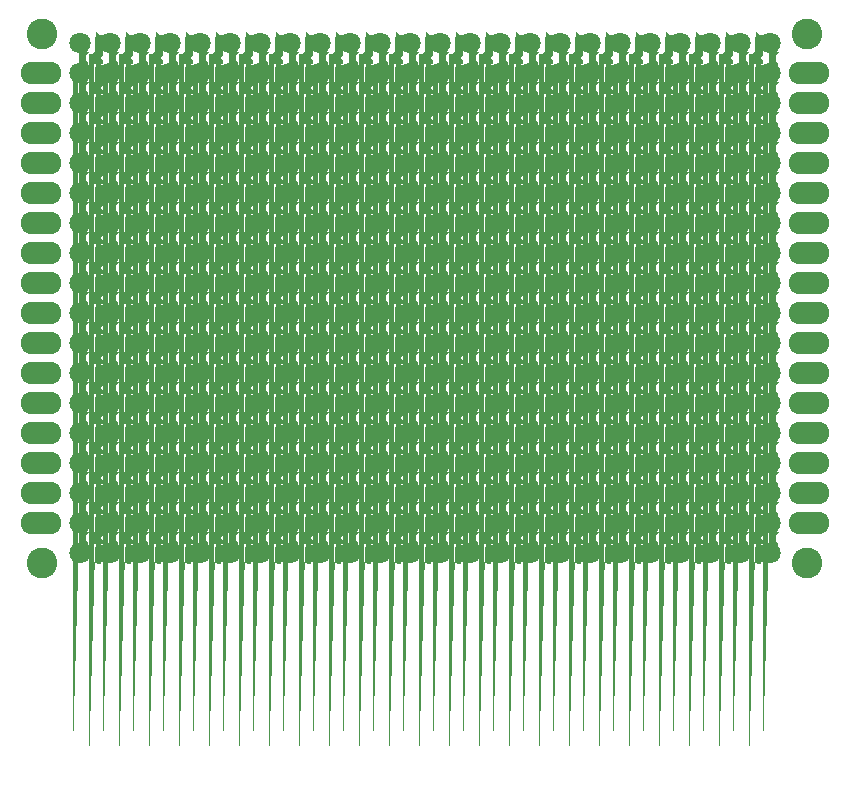
<source format=gbr>
G04 #@! TF.GenerationSoftware,KiCad,Pcbnew,9.0.1*
G04 #@! TF.CreationDate,2025-05-07T00:14:46-04:00*
G04 #@! TF.ProjectId,matrix-protoboard_18x24,6d617472-6978-42d7-9072-6f746f626f61,rev?*
G04 #@! TF.SameCoordinates,Original*
G04 #@! TF.FileFunction,Soldermask,Top*
G04 #@! TF.FilePolarity,Negative*
%FSLAX46Y46*%
G04 Gerber Fmt 4.6, Leading zero omitted, Abs format (unit mm)*
G04 Created by KiCad (PCBNEW 9.0.1) date 2025-05-07 00:14:46*
%MOMM*%
%LPD*%
G01*
G04 APERTURE LIST*
G04 Aperture macros list*
%AMFreePoly0*
4,1,77,0.076255,0.950392,0.076609,0.950246,0.141775,0.906775,0.408050,0.640500,0.550000,0.640500,0.626255,0.625392,0.626609,0.625246,0.699279,0.573850,0.735246,0.516609,0.735392,0.516255,0.750168,0.428482,0.735392,0.363745,0.735246,0.363391,0.691775,0.298225,0.550500,0.156950,0.550500,-0.276950,0.691775,-0.418225,0.735246,-0.483391,0.735392,-0.483745,0.750168,-0.571518,
0.735392,-0.636255,0.735246,-0.636609,0.683850,-0.709279,0.626609,-0.745246,0.626255,-0.745392,0.550000,-0.760500,0.538500,-0.760500,0.538500,-0.763000,0.523392,-0.839255,0.523246,-0.839609,0.471850,-0.912279,0.414609,-0.948246,0.414255,-0.948392,0.326482,-0.963168,0.261745,-0.948392,0.261391,-0.948246,0.196225,-0.904775,-0.005000,-0.703550,-0.206225,-0.904775,-0.271391,-0.948246,
-0.271745,-0.948392,-0.359518,-0.963168,-0.424255,-0.948392,-0.424609,-0.948246,-0.497279,-0.896850,-0.533246,-0.839609,-0.533392,-0.839255,-0.548500,-0.763000,-0.548500,-0.760500,-0.550000,-0.760500,-0.626255,-0.745392,-0.626609,-0.745246,-0.699279,-0.693850,-0.735246,-0.636609,-0.735392,-0.636255,-0.750168,-0.548482,-0.735392,-0.483745,-0.735246,-0.483391,-0.691775,-0.418225,-0.550500,-0.276950,
-0.550500,0.156950,-0.691775,0.298225,-0.735246,0.363391,-0.735392,0.363745,-0.750168,0.451518,-0.735392,0.516255,-0.735246,0.516609,-0.683850,0.589279,-0.626609,0.625246,-0.626255,0.625392,-0.550000,0.640500,-0.408050,0.640500,-0.141775,0.906775,-0.076609,0.950246,-0.076255,0.950392,0.011518,0.965168,0.076255,0.950392,0.076255,0.950392,$1*%
%AMFreePoly1*
4,1,58,0.136255,0.745392,0.136609,0.745246,0.201775,0.701775,0.440050,0.463500,0.583000,0.463500,0.659255,0.448392,0.659609,0.448246,0.732279,0.396850,0.768246,0.339609,0.768392,0.339255,0.783168,0.251482,0.768392,0.186745,0.768246,0.186391,0.724775,0.121225,0.518550,-0.085000,0.723775,-0.290225,0.767246,-0.355391,0.767392,-0.355745,0.782168,-0.443518,0.767392,-0.508255,
0.767246,-0.508609,0.715850,-0.581279,0.658609,-0.617246,0.658255,-0.617392,0.603283,-0.628283,0.592392,-0.683255,0.592246,-0.683609,0.540850,-0.756279,0.483609,-0.792246,0.483255,-0.792392,0.395482,-0.807168,0.330745,-0.792392,0.330391,-0.792246,0.265225,-0.748775,0.060000,-0.543550,-0.146225,-0.749775,-0.211391,-0.793246,-0.211745,-0.793392,-0.299518,-0.808168,-0.364255,-0.793392,
-0.364609,-0.793246,-0.437279,-0.741850,-0.473246,-0.684609,-0.473392,-0.684255,-0.488500,-0.608000,-0.488500,-0.465050,-0.726775,-0.226775,-0.770246,-0.161609,-0.770392,-0.161255,-0.785168,-0.073482,-0.770392,-0.008745,-0.770246,-0.008391,-0.726775,0.056775,-0.081775,0.701775,-0.016609,0.745246,-0.016255,0.745392,0.071518,0.760168,0.136255,0.745392,0.136255,0.745392,$1*%
G04 Aperture macros list end*
%ADD10FreePoly0,0.000000*%
%ADD11C,1.800000*%
%ADD12FreePoly0,90.000000*%
%ADD13FreePoly1,0.000000*%
%ADD14O,3.448000X1.924000*%
%ADD15C,2.600000*%
G04 APERTURE END LIST*
D10*
X120550000Y-111790000D03*
D11*
X98960000Y-83910000D03*
D10*
X95150000Y-71150000D03*
D12*
X91280000Y-82640000D03*
D11*
X111660000Y-101690000D03*
D12*
X131920000Y-97880000D03*
D13*
X97630000Y-77475000D03*
D12*
X96360000Y-100420000D03*
D14*
X145442000Y-73740000D03*
D11*
X116740000Y-81370000D03*
D13*
X138270000Y-97795000D03*
D11*
X96420000Y-83910000D03*
D12*
X106520000Y-87720000D03*
X126840000Y-108040000D03*
D13*
X128110000Y-100335000D03*
D11*
X91340000Y-76290000D03*
X104040000Y-106770000D03*
D13*
X87470000Y-95255000D03*
D11*
X83720000Y-106770000D03*
X111660000Y-68670000D03*
D10*
X97690000Y-106710000D03*
D13*
X133190000Y-77475000D03*
D12*
X88740000Y-82640000D03*
X111600000Y-72480000D03*
D11*
X91340000Y-71210000D03*
D12*
X83660000Y-69940000D03*
D11*
X111660000Y-83910000D03*
X93880000Y-111850000D03*
D13*
X110330000Y-102875000D03*
D10*
X125630000Y-86390000D03*
D13*
X105250000Y-85095000D03*
D11*
X91340000Y-78830000D03*
D10*
X138330000Y-76230000D03*
D11*
X126900000Y-99150000D03*
D10*
X92610000Y-76230000D03*
D12*
X111600000Y-80100000D03*
D11*
X131980000Y-96610000D03*
D10*
X130710000Y-71150000D03*
X95150000Y-101630000D03*
D13*
X87470000Y-69855000D03*
D11*
X129440000Y-91530000D03*
D12*
X86200000Y-75020000D03*
D11*
X111660000Y-86450000D03*
D13*
X125570000Y-100335000D03*
D10*
X110390000Y-104170000D03*
X105310000Y-94010000D03*
D13*
X115410000Y-107955000D03*
D11*
X101500000Y-101690000D03*
D12*
X114140000Y-102960000D03*
X129380000Y-97880000D03*
D10*
X107850000Y-81310000D03*
D13*
X115410000Y-85095000D03*
D11*
X91340000Y-73750000D03*
D10*
X105310000Y-96550000D03*
D13*
X125570000Y-72395000D03*
D10*
X87530000Y-99090000D03*
X112930000Y-83850000D03*
D12*
X93820000Y-69940000D03*
X126840000Y-85180000D03*
D10*
X138330000Y-106710000D03*
D11*
X106580000Y-86450000D03*
D13*
X130650000Y-95255000D03*
X102710000Y-95255000D03*
X117950000Y-77475000D03*
D12*
X106520000Y-77560000D03*
D14*
X80418000Y-104220000D03*
D12*
X129380000Y-77560000D03*
D13*
X125570000Y-102875000D03*
D12*
X93820000Y-75020000D03*
D13*
X120490000Y-105415000D03*
D11*
X93880000Y-68670000D03*
D12*
X142080000Y-110580000D03*
X121760000Y-80100000D03*
D10*
X84990000Y-86390000D03*
X140870000Y-91470000D03*
D11*
X86260000Y-101690000D03*
X139600000Y-96610000D03*
D12*
X121760000Y-75020000D03*
X98900000Y-77560000D03*
D10*
X97690000Y-73690000D03*
X84990000Y-91470000D03*
D12*
X96360000Y-69940000D03*
D13*
X100170000Y-105415000D03*
D12*
X124300000Y-100420000D03*
D13*
X105250000Y-90175000D03*
D10*
X84990000Y-94010000D03*
D12*
X91280000Y-87720000D03*
D13*
X95090000Y-74935000D03*
D12*
X129380000Y-82640000D03*
D11*
X86260000Y-111850000D03*
X93880000Y-86450000D03*
X83720000Y-96610000D03*
D12*
X121760000Y-77560000D03*
X139540000Y-69940000D03*
D13*
X140810000Y-110495000D03*
D11*
X126900000Y-111850000D03*
D10*
X140870000Y-101630000D03*
D12*
X114140000Y-85180000D03*
D13*
X128110000Y-90175000D03*
D12*
X119220000Y-90260000D03*
D10*
X107850000Y-111790000D03*
D11*
X96420000Y-109310000D03*
D13*
X120490000Y-90175000D03*
X120490000Y-82555000D03*
X105250000Y-105415000D03*
X110330000Y-80015000D03*
D11*
X106580000Y-81370000D03*
D10*
X90070000Y-83850000D03*
X120550000Y-104170000D03*
D11*
X126900000Y-81370000D03*
D10*
X128170000Y-111790000D03*
X97690000Y-99090000D03*
D12*
X111600000Y-75020000D03*
D10*
X123090000Y-94010000D03*
D12*
X124300000Y-75020000D03*
D11*
X121820000Y-96610000D03*
X124360000Y-83910000D03*
D10*
X84990000Y-99090000D03*
D12*
X124300000Y-82640000D03*
X129380000Y-87720000D03*
D11*
X101500000Y-104230000D03*
D10*
X105310000Y-83850000D03*
X102770000Y-73690000D03*
D11*
X106580000Y-73750000D03*
D10*
X118010000Y-78770000D03*
D12*
X98900000Y-87720000D03*
D13*
X135730000Y-74935000D03*
D10*
X138330000Y-86390000D03*
D13*
X128110000Y-72395000D03*
X105250000Y-100335000D03*
D10*
X84990000Y-109250000D03*
X112930000Y-96550000D03*
D12*
X83660000Y-110580000D03*
X126840000Y-110580000D03*
D10*
X118010000Y-81310000D03*
D12*
X131920000Y-95340000D03*
D11*
X137060000Y-68670000D03*
X131980000Y-104230000D03*
D10*
X87530000Y-73690000D03*
X133250000Y-99090000D03*
D12*
X137000000Y-77560000D03*
D13*
X100170000Y-107955000D03*
D11*
X114200000Y-96610000D03*
D12*
X106520000Y-105500000D03*
D11*
X83720000Y-104230000D03*
D13*
X92550000Y-100335000D03*
D10*
X135790000Y-83850000D03*
X115470000Y-76230000D03*
D13*
X115410000Y-74935000D03*
D11*
X93880000Y-88990000D03*
D10*
X140870000Y-111790000D03*
D13*
X120490000Y-87635000D03*
X112870000Y-77475000D03*
D10*
X97690000Y-111790000D03*
X105310000Y-71150000D03*
D15*
X145300000Y-112650000D03*
D12*
X88740000Y-87720000D03*
D11*
X91340000Y-86450000D03*
D12*
X116680000Y-82640000D03*
X134460000Y-97880000D03*
D11*
X139600000Y-99150000D03*
D12*
X101440000Y-110580000D03*
D13*
X117950000Y-107955000D03*
D10*
X118010000Y-94010000D03*
D12*
X109060000Y-77560000D03*
X131920000Y-75020000D03*
D10*
X123090000Y-71150000D03*
D11*
X116740000Y-109310000D03*
D10*
X115470000Y-99090000D03*
D12*
X111600000Y-102960000D03*
D10*
X133250000Y-91470000D03*
D14*
X145442000Y-86440000D03*
D11*
X126900000Y-109310000D03*
D12*
X91280000Y-72480000D03*
D11*
X142140000Y-73750000D03*
D13*
X87470000Y-102875000D03*
D11*
X106580000Y-94070000D03*
D14*
X80418000Y-76280000D03*
D12*
X86200000Y-95340000D03*
D10*
X92610000Y-88930000D03*
D12*
X98900000Y-80100000D03*
X106520000Y-80100000D03*
X111600000Y-87720000D03*
X142080000Y-97880000D03*
X116680000Y-105500000D03*
D10*
X115470000Y-86390000D03*
X118010000Y-109250000D03*
X138330000Y-71150000D03*
D12*
X131920000Y-90260000D03*
D13*
X84930000Y-97795000D03*
X95090000Y-107955000D03*
D10*
X112930000Y-106710000D03*
D11*
X116740000Y-91530000D03*
D12*
X134460000Y-92800000D03*
D11*
X142140000Y-104230000D03*
D12*
X106520000Y-100420000D03*
X119220000Y-108040000D03*
D11*
X106580000Y-99150000D03*
D10*
X102770000Y-106710000D03*
D13*
X123030000Y-72395000D03*
D11*
X109120000Y-104230000D03*
X129440000Y-83910000D03*
X114200000Y-91530000D03*
D10*
X102770000Y-81310000D03*
X110390000Y-83850000D03*
D11*
X86260000Y-96610000D03*
D12*
X131920000Y-108040000D03*
D10*
X128170000Y-73690000D03*
D14*
X145442000Y-101680000D03*
D11*
X131980000Y-76290000D03*
X131980000Y-99150000D03*
D10*
X92610000Y-91470000D03*
D13*
X97630000Y-92715000D03*
D11*
X91340000Y-96610000D03*
X98960000Y-106770000D03*
D15*
X80500000Y-112650000D03*
D10*
X95150000Y-68610000D03*
D12*
X96360000Y-105500000D03*
D10*
X95150000Y-96550000D03*
D13*
X110330000Y-92715000D03*
D12*
X91280000Y-69940000D03*
D11*
X96420000Y-91530000D03*
X96420000Y-68670000D03*
X119280000Y-83910000D03*
D12*
X116680000Y-72480000D03*
D10*
X120550000Y-71150000D03*
D13*
X87470000Y-72395000D03*
D12*
X131920000Y-82640000D03*
D10*
X110390000Y-94010000D03*
X107850000Y-88930000D03*
D13*
X123030000Y-85095000D03*
D11*
X104040000Y-71210000D03*
D13*
X84930000Y-105415000D03*
D12*
X124300000Y-85180000D03*
X119220000Y-97880000D03*
D13*
X138270000Y-92715000D03*
D11*
X83720000Y-83910000D03*
X129440000Y-99150000D03*
D13*
X102710000Y-102875000D03*
D10*
X120550000Y-96550000D03*
D12*
X111600000Y-97880000D03*
D11*
X104040000Y-73750000D03*
X109120000Y-81370000D03*
D12*
X137000000Y-90260000D03*
D13*
X107790000Y-87635000D03*
D11*
X114200000Y-99150000D03*
D10*
X118010000Y-71150000D03*
D12*
X93820000Y-97880000D03*
D10*
X95150000Y-99090000D03*
D11*
X124360000Y-73750000D03*
D12*
X101440000Y-108040000D03*
X142080000Y-85180000D03*
D13*
X110330000Y-95255000D03*
X107790000Y-69855000D03*
X140810000Y-74935000D03*
D11*
X98960000Y-68670000D03*
X142140000Y-109310000D03*
D13*
X135730000Y-107955000D03*
D10*
X118010000Y-96550000D03*
D13*
X120490000Y-107955000D03*
X97630000Y-100335000D03*
D10*
X112930000Y-99090000D03*
D12*
X98900000Y-102960000D03*
D13*
X107790000Y-107955000D03*
D10*
X135790000Y-99090000D03*
X87530000Y-111790000D03*
D11*
X121820000Y-106770000D03*
X114200000Y-101690000D03*
D10*
X130710000Y-106710000D03*
X107850000Y-76230000D03*
D12*
X142080000Y-95340000D03*
X86200000Y-80100000D03*
D11*
X119280000Y-99150000D03*
D12*
X139540000Y-105500000D03*
D10*
X105310000Y-73690000D03*
D13*
X128110000Y-92715000D03*
D10*
X102770000Y-109250000D03*
X87530000Y-109250000D03*
X107850000Y-73690000D03*
D11*
X129440000Y-96610000D03*
D10*
X102770000Y-99090000D03*
X123090000Y-106710000D03*
D12*
X124300000Y-108040000D03*
D13*
X105250000Y-77475000D03*
D12*
X101440000Y-95340000D03*
X116680000Y-90260000D03*
X98900000Y-85180000D03*
D13*
X92550000Y-97795000D03*
X107790000Y-74935000D03*
D10*
X128170000Y-101630000D03*
X120550000Y-91470000D03*
D11*
X101500000Y-83910000D03*
D10*
X125630000Y-78770000D03*
D12*
X131920000Y-105500000D03*
X103980000Y-100420000D03*
D11*
X137060000Y-104230000D03*
X142140000Y-94070000D03*
X91340000Y-106770000D03*
D10*
X92610000Y-86390000D03*
D11*
X142140000Y-88990000D03*
X111660000Y-104230000D03*
D10*
X140870000Y-99090000D03*
D13*
X95090000Y-87635000D03*
X138270000Y-110495000D03*
D12*
X91280000Y-75020000D03*
D13*
X138270000Y-72395000D03*
X135730000Y-87635000D03*
D10*
X120550000Y-78770000D03*
D12*
X139540000Y-95340000D03*
X103980000Y-80100000D03*
X101440000Y-87720000D03*
X126840000Y-80100000D03*
D11*
X139600000Y-78830000D03*
D13*
X87470000Y-100335000D03*
X84930000Y-95255000D03*
D12*
X131920000Y-87720000D03*
X109060000Y-85180000D03*
D11*
X126900000Y-71210000D03*
D10*
X87530000Y-71150000D03*
D12*
X98900000Y-82640000D03*
X106520000Y-90260000D03*
X114140000Y-72480000D03*
D13*
X125570000Y-107955000D03*
D11*
X101500000Y-111850000D03*
D10*
X125630000Y-96550000D03*
D12*
X116680000Y-80100000D03*
D13*
X115410000Y-87635000D03*
D12*
X114140000Y-75020000D03*
D10*
X128170000Y-86390000D03*
D11*
X104040000Y-76290000D03*
D13*
X123030000Y-80015000D03*
D11*
X83720000Y-86450000D03*
X116740000Y-99150000D03*
X119280000Y-101690000D03*
D12*
X91280000Y-90260000D03*
D11*
X137060000Y-106770000D03*
D10*
X135790000Y-101630000D03*
D13*
X100170000Y-72395000D03*
D11*
X111660000Y-96610000D03*
X91340000Y-101690000D03*
D10*
X110390000Y-96550000D03*
D11*
X93880000Y-101690000D03*
D13*
X102710000Y-80015000D03*
X138270000Y-77475000D03*
D11*
X119280000Y-71210000D03*
D10*
X112930000Y-86390000D03*
D14*
X80418000Y-96600000D03*
D10*
X95150000Y-86390000D03*
D12*
X139540000Y-97880000D03*
D10*
X115470000Y-83850000D03*
X84990000Y-88930000D03*
D13*
X84930000Y-92715000D03*
D10*
X140870000Y-94010000D03*
D12*
X98900000Y-75020000D03*
D13*
X117950000Y-95255000D03*
D10*
X105310000Y-68610000D03*
X125630000Y-104170000D03*
X92610000Y-73690000D03*
D13*
X84930000Y-102875000D03*
D12*
X88740000Y-69940000D03*
D10*
X133250000Y-71150000D03*
D13*
X100170000Y-80015000D03*
D10*
X112930000Y-91470000D03*
D11*
X98960000Y-91530000D03*
D12*
X139540000Y-90260000D03*
D10*
X140870000Y-78770000D03*
D12*
X86200000Y-105500000D03*
D14*
X80418000Y-71200000D03*
D13*
X90010000Y-80015000D03*
D12*
X116680000Y-92800000D03*
X88740000Y-90260000D03*
X134460000Y-100420000D03*
D13*
X97630000Y-97795000D03*
D11*
X111660000Y-99150000D03*
D10*
X123090000Y-109250000D03*
D11*
X137060000Y-94070000D03*
D10*
X125630000Y-101630000D03*
D12*
X88740000Y-72480000D03*
D11*
X111660000Y-94070000D03*
D10*
X92610000Y-81310000D03*
D11*
X137060000Y-86450000D03*
X106580000Y-71210000D03*
D12*
X91280000Y-97880000D03*
D13*
X90010000Y-87635000D03*
D10*
X107850000Y-94010000D03*
D13*
X117950000Y-97795000D03*
X90010000Y-95255000D03*
D11*
X116740000Y-83910000D03*
D13*
X112870000Y-95255000D03*
D12*
X98900000Y-105500000D03*
D11*
X131980000Y-71210000D03*
D13*
X100170000Y-92715000D03*
D11*
X96420000Y-73750000D03*
D10*
X105310000Y-78770000D03*
X110390000Y-73690000D03*
X120550000Y-109250000D03*
D12*
X142080000Y-82640000D03*
D10*
X125630000Y-109250000D03*
X92610000Y-109250000D03*
X84990000Y-96550000D03*
D11*
X91340000Y-91530000D03*
D13*
X97630000Y-105415000D03*
D12*
X96360000Y-77560000D03*
D11*
X98960000Y-94070000D03*
D10*
X90070000Y-81310000D03*
X107850000Y-109250000D03*
D12*
X96360000Y-110580000D03*
D13*
X133190000Y-92715000D03*
X87470000Y-92715000D03*
D10*
X100230000Y-96550000D03*
X130710000Y-111790000D03*
D13*
X110330000Y-82555000D03*
D11*
X119280000Y-76290000D03*
D13*
X107790000Y-77475000D03*
D11*
X126900000Y-101690000D03*
D13*
X117950000Y-82555000D03*
X130650000Y-105415000D03*
D10*
X125630000Y-111790000D03*
D12*
X91280000Y-102960000D03*
X124300000Y-87720000D03*
X131920000Y-72480000D03*
D13*
X117950000Y-87635000D03*
D10*
X130710000Y-91470000D03*
D11*
X98960000Y-71210000D03*
D13*
X92550000Y-95255000D03*
D11*
X109120000Y-78830000D03*
D10*
X90070000Y-86390000D03*
D13*
X135730000Y-102875000D03*
D10*
X115470000Y-106710000D03*
D12*
X114140000Y-90260000D03*
D11*
X88800000Y-68670000D03*
D10*
X135790000Y-109250000D03*
X140870000Y-104170000D03*
D11*
X139600000Y-86450000D03*
D12*
X96360000Y-92800000D03*
D10*
X105310000Y-76230000D03*
X97690000Y-76230000D03*
D13*
X125570000Y-97795000D03*
D11*
X142140000Y-71210000D03*
D12*
X129380000Y-102960000D03*
X86200000Y-82640000D03*
X121760000Y-105500000D03*
D11*
X106580000Y-111850000D03*
D12*
X103980000Y-77560000D03*
D13*
X133190000Y-95255000D03*
D12*
X98900000Y-95340000D03*
X91280000Y-100420000D03*
D14*
X80418000Y-81360000D03*
D11*
X139600000Y-91530000D03*
D13*
X130650000Y-72395000D03*
X125570000Y-74935000D03*
D10*
X135790000Y-86390000D03*
D12*
X83660000Y-90260000D03*
D11*
X121820000Y-109310000D03*
X83720000Y-73750000D03*
D12*
X111600000Y-105500000D03*
X93820000Y-77560000D03*
D11*
X104040000Y-68670000D03*
X88800000Y-109310000D03*
D10*
X140870000Y-88930000D03*
D11*
X101500000Y-109310000D03*
X134520000Y-68670000D03*
D12*
X139540000Y-82640000D03*
X134460000Y-87720000D03*
D14*
X80418000Y-88980000D03*
D11*
X109120000Y-68670000D03*
D13*
X107790000Y-72395000D03*
D10*
X123090000Y-104170000D03*
D11*
X129440000Y-94070000D03*
X134520000Y-71210000D03*
X137060000Y-81370000D03*
D13*
X87470000Y-110495000D03*
D12*
X116680000Y-97880000D03*
D13*
X112870000Y-97795000D03*
D10*
X115470000Y-111790000D03*
D11*
X111660000Y-73750000D03*
D12*
X103980000Y-85180000D03*
X98900000Y-100420000D03*
D11*
X129440000Y-73750000D03*
D12*
X93820000Y-102960000D03*
D13*
X125570000Y-80015000D03*
D11*
X114200000Y-106770000D03*
D12*
X119220000Y-95340000D03*
D11*
X114200000Y-71210000D03*
D12*
X121760000Y-87720000D03*
X114140000Y-87720000D03*
X88740000Y-75020000D03*
X121760000Y-110580000D03*
D13*
X128110000Y-87635000D03*
X90010000Y-105415000D03*
D11*
X142140000Y-106770000D03*
D10*
X112930000Y-71150000D03*
D12*
X109060000Y-102960000D03*
D10*
X138330000Y-73690000D03*
D12*
X88740000Y-77560000D03*
D11*
X111660000Y-78830000D03*
X142140000Y-68670000D03*
D13*
X92550000Y-107955000D03*
X100170000Y-85095000D03*
D11*
X116740000Y-73750000D03*
D12*
X103980000Y-69940000D03*
D10*
X110390000Y-101630000D03*
D12*
X116680000Y-85180000D03*
D10*
X100230000Y-86390000D03*
D13*
X125570000Y-85095000D03*
D11*
X139600000Y-88990000D03*
D12*
X109060000Y-110580000D03*
D10*
X125630000Y-68610000D03*
D13*
X105250000Y-95255000D03*
D12*
X86200000Y-100420000D03*
X101440000Y-105500000D03*
D11*
X101500000Y-106770000D03*
D12*
X126840000Y-102960000D03*
D10*
X97690000Y-83850000D03*
D13*
X97630000Y-69855000D03*
D11*
X111660000Y-106770000D03*
D10*
X133250000Y-73690000D03*
D11*
X124360000Y-104230000D03*
D10*
X133250000Y-109250000D03*
D11*
X139600000Y-101690000D03*
D12*
X134460000Y-90260000D03*
D13*
X97630000Y-72395000D03*
D10*
X118010000Y-73690000D03*
X110390000Y-76230000D03*
X95150000Y-106710000D03*
X95150000Y-111790000D03*
D12*
X114140000Y-80100000D03*
D13*
X112870000Y-82555000D03*
X138270000Y-105415000D03*
D12*
X101440000Y-69940000D03*
X142080000Y-108040000D03*
X142080000Y-80100000D03*
D10*
X115470000Y-91470000D03*
X115470000Y-88930000D03*
X84990000Y-73690000D03*
D13*
X97630000Y-87635000D03*
D12*
X109060000Y-90260000D03*
D11*
X129440000Y-78830000D03*
D13*
X112870000Y-74935000D03*
X133190000Y-100335000D03*
X125570000Y-77475000D03*
D11*
X139600000Y-106770000D03*
X88800000Y-78830000D03*
X88800000Y-91530000D03*
D13*
X128110000Y-97795000D03*
D11*
X104040000Y-78830000D03*
X96420000Y-94070000D03*
X142140000Y-91530000D03*
X116740000Y-104230000D03*
D10*
X112930000Y-78770000D03*
D14*
X145442000Y-91520000D03*
D10*
X130710000Y-83850000D03*
X115470000Y-68610000D03*
D11*
X93880000Y-94070000D03*
X114200000Y-88990000D03*
X104040000Y-104230000D03*
D13*
X95090000Y-77475000D03*
X133190000Y-72395000D03*
X117950000Y-105415000D03*
D12*
X126840000Y-92800000D03*
D13*
X105250000Y-80015000D03*
D10*
X102770000Y-94010000D03*
X95150000Y-109250000D03*
D12*
X103980000Y-90260000D03*
D13*
X90010000Y-77475000D03*
X84930000Y-90175000D03*
D10*
X123090000Y-86390000D03*
D13*
X100170000Y-74935000D03*
X105250000Y-69855000D03*
D11*
X126900000Y-76290000D03*
D13*
X102710000Y-110495000D03*
D10*
X105310000Y-109250000D03*
D11*
X139600000Y-83910000D03*
X121820000Y-111850000D03*
X121820000Y-81370000D03*
X134520000Y-94070000D03*
D13*
X125570000Y-90175000D03*
X123030000Y-100335000D03*
X105250000Y-74935000D03*
D10*
X102770000Y-68610000D03*
D12*
X101440000Y-85180000D03*
D14*
X80418000Y-83900000D03*
D11*
X111660000Y-76290000D03*
D10*
X107850000Y-96550000D03*
D12*
X137000000Y-110580000D03*
X139540000Y-72480000D03*
X83660000Y-97880000D03*
X96360000Y-90260000D03*
X142080000Y-100420000D03*
D10*
X133250000Y-81310000D03*
D12*
X121760000Y-82640000D03*
D13*
X90010000Y-100335000D03*
X100170000Y-90175000D03*
D12*
X86200000Y-97880000D03*
D10*
X102770000Y-76230000D03*
D12*
X111600000Y-108040000D03*
D11*
X83720000Y-71210000D03*
X142140000Y-101690000D03*
D13*
X135730000Y-82555000D03*
D11*
X126900000Y-94070000D03*
X119280000Y-88990000D03*
D10*
X97690000Y-88930000D03*
D13*
X92550000Y-92715000D03*
D11*
X121820000Y-73750000D03*
X88800000Y-94070000D03*
X101500000Y-99150000D03*
D10*
X102770000Y-83850000D03*
D12*
X139540000Y-92800000D03*
D11*
X83720000Y-78830000D03*
D12*
X126840000Y-72480000D03*
D10*
X95150000Y-91470000D03*
D12*
X86200000Y-108040000D03*
D11*
X124360000Y-86450000D03*
D10*
X102770000Y-88930000D03*
D13*
X110330000Y-105415000D03*
D12*
X121760000Y-100420000D03*
X83660000Y-77560000D03*
D13*
X95090000Y-85095000D03*
D10*
X84990000Y-68610000D03*
D11*
X86260000Y-83910000D03*
D13*
X110330000Y-72395000D03*
X84930000Y-74935000D03*
D11*
X139600000Y-81370000D03*
D10*
X135790000Y-78770000D03*
D14*
X145442000Y-88980000D03*
D13*
X90010000Y-85095000D03*
D10*
X112930000Y-81310000D03*
D12*
X88740000Y-80100000D03*
D11*
X83720000Y-111850000D03*
X96420000Y-111850000D03*
X124360000Y-111850000D03*
D10*
X97690000Y-86390000D03*
D12*
X114140000Y-77560000D03*
X106520000Y-72480000D03*
X96360000Y-87720000D03*
D13*
X140810000Y-87635000D03*
D12*
X91280000Y-85180000D03*
D11*
X88800000Y-83910000D03*
D13*
X95090000Y-80015000D03*
X130650000Y-102875000D03*
D11*
X131980000Y-88990000D03*
X93880000Y-104230000D03*
D12*
X119220000Y-75020000D03*
X137000000Y-75020000D03*
D13*
X120490000Y-100335000D03*
X128110000Y-102875000D03*
X125570000Y-82555000D03*
D11*
X114200000Y-111850000D03*
D12*
X106520000Y-95340000D03*
D11*
X134520000Y-83910000D03*
X126900000Y-96610000D03*
X83720000Y-81370000D03*
D13*
X92550000Y-74935000D03*
D10*
X95150000Y-94010000D03*
D12*
X134460000Y-77560000D03*
X121760000Y-90260000D03*
D13*
X117950000Y-74935000D03*
D12*
X114140000Y-108040000D03*
D11*
X134520000Y-78830000D03*
D13*
X102710000Y-90175000D03*
D12*
X124300000Y-72480000D03*
D11*
X131980000Y-106770000D03*
D10*
X100230000Y-68610000D03*
D11*
X134520000Y-88990000D03*
D10*
X133250000Y-96550000D03*
D13*
X120490000Y-92715000D03*
D12*
X93820000Y-95340000D03*
D13*
X97630000Y-95255000D03*
D11*
X142140000Y-83910000D03*
D12*
X96360000Y-95340000D03*
D13*
X92550000Y-85095000D03*
D10*
X110390000Y-111790000D03*
D13*
X100170000Y-110495000D03*
D11*
X101500000Y-76290000D03*
D10*
X138330000Y-68610000D03*
D13*
X100170000Y-87635000D03*
D12*
X137000000Y-97880000D03*
D11*
X134520000Y-111850000D03*
D12*
X124300000Y-105500000D03*
D11*
X106580000Y-96610000D03*
D12*
X126840000Y-90260000D03*
D13*
X138270000Y-80015000D03*
D10*
X133250000Y-86390000D03*
D13*
X102710000Y-97795000D03*
D12*
X109060000Y-69940000D03*
D11*
X134520000Y-86450000D03*
D13*
X84930000Y-82555000D03*
X130650000Y-85095000D03*
D11*
X96420000Y-88990000D03*
X101500000Y-78830000D03*
D10*
X130710000Y-81310000D03*
X112930000Y-101630000D03*
D13*
X90010000Y-74935000D03*
D11*
X124360000Y-76290000D03*
D10*
X138330000Y-81310000D03*
D11*
X86260000Y-109310000D03*
D13*
X107790000Y-97795000D03*
D12*
X131920000Y-85180000D03*
D10*
X102770000Y-86390000D03*
D14*
X80418000Y-99140000D03*
D11*
X88800000Y-111850000D03*
D10*
X90070000Y-78770000D03*
X125630000Y-106710000D03*
D11*
X139600000Y-71210000D03*
D12*
X131920000Y-77560000D03*
X111600000Y-77560000D03*
X101440000Y-102960000D03*
D13*
X112870000Y-110495000D03*
D12*
X83660000Y-92800000D03*
D10*
X128170000Y-68610000D03*
D12*
X83660000Y-75020000D03*
D11*
X101500000Y-71210000D03*
D13*
X110330000Y-87635000D03*
D10*
X133250000Y-94010000D03*
X100230000Y-111790000D03*
D12*
X126840000Y-87720000D03*
D10*
X115470000Y-73690000D03*
X97690000Y-91470000D03*
D11*
X134520000Y-99150000D03*
D13*
X95090000Y-97795000D03*
D10*
X102770000Y-104170000D03*
X87530000Y-101630000D03*
D12*
X86200000Y-85180000D03*
D11*
X134520000Y-106770000D03*
D10*
X90070000Y-96550000D03*
D12*
X134460000Y-75020000D03*
D11*
X137060000Y-99150000D03*
X116740000Y-76290000D03*
D10*
X135790000Y-81310000D03*
D13*
X107790000Y-82555000D03*
D12*
X134460000Y-110580000D03*
D11*
X114200000Y-86450000D03*
X124360000Y-106770000D03*
X101500000Y-81370000D03*
D12*
X134460000Y-102960000D03*
D10*
X95150000Y-104170000D03*
D13*
X120490000Y-80015000D03*
D11*
X109120000Y-109310000D03*
D12*
X83660000Y-102960000D03*
X116680000Y-102960000D03*
D13*
X115410000Y-72395000D03*
D10*
X140870000Y-109250000D03*
D12*
X139540000Y-87720000D03*
D13*
X105250000Y-97795000D03*
D11*
X134520000Y-101690000D03*
D13*
X135730000Y-100335000D03*
D10*
X110390000Y-86390000D03*
D11*
X83720000Y-94070000D03*
X129440000Y-101690000D03*
D10*
X138330000Y-111790000D03*
D11*
X131980000Y-83910000D03*
D10*
X125630000Y-71150000D03*
D11*
X96420000Y-106770000D03*
X104040000Y-88990000D03*
D13*
X112870000Y-102875000D03*
X110330000Y-74935000D03*
D11*
X101500000Y-96610000D03*
D13*
X117950000Y-92715000D03*
D11*
X83720000Y-101690000D03*
D13*
X84930000Y-110495000D03*
X128110000Y-74935000D03*
X135730000Y-92715000D03*
X115410000Y-90175000D03*
X130650000Y-74935000D03*
D10*
X120550000Y-106710000D03*
X92610000Y-96550000D03*
X100230000Y-76230000D03*
D12*
X137000000Y-102960000D03*
D11*
X86260000Y-91530000D03*
X86260000Y-73750000D03*
D13*
X120490000Y-97795000D03*
X138270000Y-95255000D03*
X135730000Y-97795000D03*
D12*
X124300000Y-97880000D03*
D10*
X115470000Y-101630000D03*
D12*
X91280000Y-95340000D03*
D13*
X115410000Y-80015000D03*
X87470000Y-77475000D03*
D12*
X111600000Y-69940000D03*
X101440000Y-77560000D03*
X83660000Y-85180000D03*
D10*
X130710000Y-88930000D03*
D11*
X139600000Y-111850000D03*
D12*
X129380000Y-90260000D03*
X116680000Y-69940000D03*
X131920000Y-102960000D03*
D13*
X110330000Y-97795000D03*
D12*
X98900000Y-90260000D03*
D13*
X133190000Y-82555000D03*
D11*
X114200000Y-81370000D03*
D12*
X98900000Y-69940000D03*
D11*
X116740000Y-78830000D03*
D13*
X90010000Y-110495000D03*
D11*
X131980000Y-81370000D03*
D10*
X100230000Y-83850000D03*
D11*
X109120000Y-99150000D03*
D13*
X117950000Y-72395000D03*
D10*
X125630000Y-76230000D03*
X133250000Y-106710000D03*
D12*
X101440000Y-80100000D03*
D10*
X123090000Y-78770000D03*
D14*
X145442000Y-94060000D03*
D10*
X100230000Y-109250000D03*
D14*
X145442000Y-109300000D03*
D11*
X91340000Y-88990000D03*
X124360000Y-99150000D03*
D10*
X112930000Y-104170000D03*
D11*
X96420000Y-99150000D03*
D10*
X84990000Y-81310000D03*
D11*
X93880000Y-91530000D03*
D12*
X88740000Y-108040000D03*
D10*
X110390000Y-78770000D03*
D13*
X107790000Y-105415000D03*
X115410000Y-105415000D03*
D11*
X124360000Y-88990000D03*
D12*
X119220000Y-77560000D03*
X142080000Y-90260000D03*
D11*
X93880000Y-81370000D03*
D10*
X123090000Y-73690000D03*
D11*
X131980000Y-73750000D03*
X121820000Y-83910000D03*
D13*
X130650000Y-80015000D03*
X92550000Y-102875000D03*
X92550000Y-69855000D03*
D11*
X137060000Y-96610000D03*
D12*
X101440000Y-72480000D03*
D10*
X130710000Y-109250000D03*
D12*
X129380000Y-92800000D03*
D13*
X95090000Y-82555000D03*
X112870000Y-69855000D03*
D11*
X114200000Y-109310000D03*
D10*
X95150000Y-81310000D03*
D12*
X137000000Y-92800000D03*
X142080000Y-102960000D03*
D10*
X135790000Y-73690000D03*
D11*
X86260000Y-81370000D03*
D13*
X97630000Y-74935000D03*
D10*
X123090000Y-81310000D03*
X123090000Y-96550000D03*
D12*
X131920000Y-69940000D03*
D13*
X128110000Y-95255000D03*
D12*
X129380000Y-105500000D03*
D11*
X106580000Y-68670000D03*
D13*
X97630000Y-110495000D03*
D10*
X125630000Y-81310000D03*
D12*
X111600000Y-100420000D03*
D13*
X100170000Y-82555000D03*
D10*
X115470000Y-96550000D03*
D11*
X111660000Y-109310000D03*
D12*
X88740000Y-110580000D03*
X101440000Y-75020000D03*
D11*
X86260000Y-99150000D03*
D13*
X112870000Y-92715000D03*
D12*
X119220000Y-105500000D03*
D10*
X87530000Y-68610000D03*
X120550000Y-73690000D03*
D11*
X126900000Y-78830000D03*
X96420000Y-78830000D03*
X104040000Y-83910000D03*
D10*
X130710000Y-78770000D03*
D12*
X103980000Y-72480000D03*
D11*
X98960000Y-73750000D03*
D12*
X93820000Y-110580000D03*
D10*
X105310000Y-104170000D03*
D13*
X95090000Y-105415000D03*
X120490000Y-74935000D03*
D10*
X128170000Y-88930000D03*
D13*
X92550000Y-72395000D03*
D10*
X110390000Y-99090000D03*
X110390000Y-71150000D03*
D13*
X115410000Y-92715000D03*
D11*
X119280000Y-73750000D03*
X86260000Y-94070000D03*
D12*
X109060000Y-72480000D03*
D14*
X80418000Y-86440000D03*
D13*
X140810000Y-82555000D03*
X125570000Y-110495000D03*
D11*
X109120000Y-106770000D03*
D12*
X83660000Y-100420000D03*
D10*
X97690000Y-68610000D03*
D11*
X116740000Y-101690000D03*
D13*
X87470000Y-74935000D03*
D10*
X97690000Y-94010000D03*
D11*
X126900000Y-104230000D03*
D10*
X130710000Y-73690000D03*
D11*
X111660000Y-111850000D03*
D13*
X135730000Y-80015000D03*
X123030000Y-110495000D03*
D11*
X109120000Y-96610000D03*
X88800000Y-104230000D03*
D13*
X90010000Y-82555000D03*
X107790000Y-85095000D03*
D12*
X124300000Y-90260000D03*
D10*
X138330000Y-94010000D03*
D11*
X124360000Y-96610000D03*
X96420000Y-104230000D03*
D10*
X100230000Y-73690000D03*
D12*
X129380000Y-85180000D03*
D10*
X123090000Y-99090000D03*
D12*
X88740000Y-102960000D03*
D13*
X95090000Y-90175000D03*
D12*
X131920000Y-110580000D03*
D11*
X106580000Y-91530000D03*
X129440000Y-76290000D03*
D12*
X93820000Y-108040000D03*
D10*
X130710000Y-104170000D03*
D11*
X114200000Y-83910000D03*
D12*
X93820000Y-90260000D03*
X142080000Y-77560000D03*
D10*
X123090000Y-111790000D03*
D11*
X106580000Y-76290000D03*
X126900000Y-68670000D03*
D10*
X130710000Y-76230000D03*
X87530000Y-94010000D03*
D12*
X134460000Y-72480000D03*
D10*
X105310000Y-106710000D03*
D12*
X119220000Y-110580000D03*
X142080000Y-75020000D03*
D13*
X102710000Y-74935000D03*
D12*
X109060000Y-80100000D03*
D10*
X118010000Y-111790000D03*
X112930000Y-111790000D03*
D11*
X131980000Y-109310000D03*
D13*
X97630000Y-80015000D03*
D10*
X102770000Y-91470000D03*
D11*
X109120000Y-94070000D03*
D12*
X124300000Y-102960000D03*
D14*
X145442000Y-78820000D03*
X145442000Y-81360000D03*
D13*
X130650000Y-87635000D03*
D12*
X121760000Y-85180000D03*
X121760000Y-102960000D03*
X93820000Y-105500000D03*
X116680000Y-108040000D03*
D10*
X135790000Y-111790000D03*
D12*
X106520000Y-82640000D03*
D11*
X109120000Y-71210000D03*
D13*
X140810000Y-90175000D03*
D11*
X109120000Y-91530000D03*
X121820000Y-101690000D03*
D13*
X100170000Y-102875000D03*
D10*
X87530000Y-88930000D03*
D11*
X129440000Y-71210000D03*
D12*
X119220000Y-102960000D03*
D10*
X105310000Y-99090000D03*
D11*
X116740000Y-71210000D03*
D12*
X114140000Y-100420000D03*
X93820000Y-72480000D03*
X83660000Y-87720000D03*
D10*
X87530000Y-104170000D03*
X123090000Y-91470000D03*
D12*
X121760000Y-92800000D03*
D10*
X100230000Y-99090000D03*
D12*
X101440000Y-90260000D03*
D13*
X135730000Y-85095000D03*
D10*
X133250000Y-68610000D03*
X140870000Y-76230000D03*
D12*
X142080000Y-92800000D03*
D13*
X92550000Y-82555000D03*
D10*
X125630000Y-91470000D03*
D12*
X109060000Y-75020000D03*
D11*
X114200000Y-104230000D03*
X116740000Y-88990000D03*
D10*
X92610000Y-101630000D03*
X90070000Y-91470000D03*
D12*
X126840000Y-95340000D03*
X131920000Y-92800000D03*
D13*
X97630000Y-82555000D03*
D11*
X139600000Y-109310000D03*
D13*
X123030000Y-97795000D03*
D12*
X137000000Y-100420000D03*
D11*
X119280000Y-96610000D03*
D12*
X106520000Y-110580000D03*
D10*
X100230000Y-104170000D03*
D12*
X106520000Y-69940000D03*
X96360000Y-82640000D03*
D10*
X135790000Y-71150000D03*
D12*
X126840000Y-82640000D03*
D10*
X133250000Y-78770000D03*
D11*
X93880000Y-109310000D03*
D10*
X90070000Y-106710000D03*
D13*
X107790000Y-110495000D03*
D10*
X138330000Y-88930000D03*
D12*
X88740000Y-85180000D03*
D11*
X114200000Y-73750000D03*
D10*
X115470000Y-104170000D03*
D13*
X128110000Y-82555000D03*
X100170000Y-95255000D03*
D10*
X128170000Y-109250000D03*
D13*
X140810000Y-105415000D03*
D10*
X90070000Y-94010000D03*
X112930000Y-94010000D03*
D11*
X101500000Y-68670000D03*
D10*
X118010000Y-86390000D03*
X130710000Y-99090000D03*
D11*
X91340000Y-68670000D03*
D10*
X112930000Y-76230000D03*
X107850000Y-86390000D03*
D13*
X125570000Y-87635000D03*
X115410000Y-95255000D03*
D12*
X142080000Y-72480000D03*
D14*
X80418000Y-73740000D03*
D11*
X98960000Y-111850000D03*
D10*
X123090000Y-88930000D03*
D14*
X80418000Y-78820000D03*
D12*
X93820000Y-82640000D03*
X134460000Y-95340000D03*
X93820000Y-85180000D03*
D13*
X95090000Y-102875000D03*
D12*
X131920000Y-80100000D03*
D10*
X90070000Y-71150000D03*
X107850000Y-99090000D03*
D11*
X101500000Y-86450000D03*
X101500000Y-91530000D03*
D10*
X92610000Y-78770000D03*
D12*
X93820000Y-92800000D03*
D11*
X111660000Y-88990000D03*
D10*
X87530000Y-96550000D03*
D13*
X140810000Y-107955000D03*
D11*
X142140000Y-81370000D03*
X109120000Y-86450000D03*
D10*
X115470000Y-81310000D03*
D13*
X90010000Y-69855000D03*
D11*
X86260000Y-78830000D03*
D10*
X135790000Y-96550000D03*
D12*
X116680000Y-110580000D03*
D11*
X121820000Y-104230000D03*
D10*
X135790000Y-94010000D03*
X133250000Y-101630000D03*
D13*
X120490000Y-72395000D03*
D11*
X121820000Y-94070000D03*
D13*
X130650000Y-92715000D03*
D12*
X103980000Y-108040000D03*
D10*
X97690000Y-81310000D03*
X95150000Y-78770000D03*
X138330000Y-109250000D03*
D11*
X88800000Y-86450000D03*
D13*
X133190000Y-85095000D03*
X102710000Y-72395000D03*
X123030000Y-77475000D03*
D14*
X80418000Y-109300000D03*
D10*
X128170000Y-91470000D03*
D11*
X116740000Y-94070000D03*
D12*
X109060000Y-92800000D03*
X114140000Y-97880000D03*
D14*
X145442000Y-106760000D03*
D10*
X102770000Y-78770000D03*
D12*
X88740000Y-95340000D03*
D13*
X135730000Y-105415000D03*
D10*
X87530000Y-83850000D03*
D12*
X103980000Y-92800000D03*
D13*
X112870000Y-72395000D03*
D11*
X126900000Y-106770000D03*
D12*
X103980000Y-87720000D03*
D10*
X140870000Y-96550000D03*
D13*
X90010000Y-107955000D03*
D10*
X100230000Y-81310000D03*
D11*
X134520000Y-73750000D03*
D13*
X110330000Y-85095000D03*
D10*
X107850000Y-104170000D03*
D12*
X137000000Y-69940000D03*
X83660000Y-95340000D03*
X109060000Y-105500000D03*
D13*
X140810000Y-72395000D03*
X97630000Y-90175000D03*
D11*
X109120000Y-101690000D03*
D10*
X90070000Y-111790000D03*
D11*
X119280000Y-81370000D03*
X93880000Y-73750000D03*
D10*
X97690000Y-101630000D03*
D13*
X92550000Y-105415000D03*
X84930000Y-72395000D03*
X112870000Y-90175000D03*
D11*
X106580000Y-109310000D03*
D13*
X110330000Y-69855000D03*
D11*
X101500000Y-73750000D03*
D10*
X107850000Y-71150000D03*
D12*
X126840000Y-105500000D03*
X109060000Y-82640000D03*
D13*
X117950000Y-80015000D03*
D10*
X112930000Y-68610000D03*
X84990000Y-76230000D03*
D12*
X93820000Y-100420000D03*
D13*
X133190000Y-90175000D03*
X120490000Y-77475000D03*
D10*
X110390000Y-91470000D03*
X138330000Y-83850000D03*
X105310000Y-101630000D03*
D12*
X119220000Y-100420000D03*
X114140000Y-92800000D03*
D11*
X104040000Y-91530000D03*
D10*
X133250000Y-111790000D03*
D11*
X96420000Y-101690000D03*
D10*
X128170000Y-81310000D03*
X128170000Y-104170000D03*
D11*
X83720000Y-68670000D03*
D12*
X129380000Y-69940000D03*
D11*
X88800000Y-71210000D03*
X109120000Y-73750000D03*
D13*
X133190000Y-87635000D03*
X133190000Y-97795000D03*
X140810000Y-69855000D03*
D10*
X92610000Y-68610000D03*
D12*
X139540000Y-102960000D03*
D13*
X92550000Y-110495000D03*
D11*
X91340000Y-83910000D03*
D12*
X96360000Y-75020000D03*
D11*
X121820000Y-91530000D03*
D10*
X110390000Y-109250000D03*
D13*
X117950000Y-90175000D03*
D11*
X109120000Y-83910000D03*
D13*
X133190000Y-80015000D03*
D11*
X121820000Y-78830000D03*
D10*
X90070000Y-68610000D03*
D13*
X117950000Y-100335000D03*
X87470000Y-82555000D03*
D10*
X135790000Y-104170000D03*
X112930000Y-88930000D03*
D13*
X107790000Y-92715000D03*
X112870000Y-105415000D03*
D11*
X119280000Y-68670000D03*
X86260000Y-104230000D03*
D10*
X100230000Y-94010000D03*
D13*
X130650000Y-97795000D03*
X133190000Y-105415000D03*
D12*
X83660000Y-105500000D03*
D13*
X138270000Y-90175000D03*
D11*
X93880000Y-71210000D03*
X119280000Y-91530000D03*
X104040000Y-86450000D03*
D13*
X112870000Y-100335000D03*
D12*
X124300000Y-95340000D03*
X101440000Y-92800000D03*
D13*
X95090000Y-69855000D03*
D12*
X83660000Y-72480000D03*
D10*
X120550000Y-76230000D03*
D12*
X91280000Y-110580000D03*
D10*
X135790000Y-91470000D03*
D13*
X128110000Y-110495000D03*
D12*
X111600000Y-85180000D03*
D10*
X84990000Y-71150000D03*
D11*
X96420000Y-86450000D03*
X134520000Y-109310000D03*
D13*
X107790000Y-100335000D03*
D11*
X114200000Y-78830000D03*
D12*
X101440000Y-100420000D03*
D11*
X126900000Y-73750000D03*
D12*
X103980000Y-95340000D03*
D10*
X100230000Y-78770000D03*
D12*
X103980000Y-97880000D03*
X134460000Y-69940000D03*
D13*
X87470000Y-105415000D03*
D10*
X135790000Y-106710000D03*
X125630000Y-88930000D03*
D11*
X137060000Y-83910000D03*
D12*
X91280000Y-80100000D03*
D11*
X142140000Y-96610000D03*
D10*
X84990000Y-83850000D03*
X115470000Y-94010000D03*
X92610000Y-106710000D03*
D11*
X98960000Y-76290000D03*
D10*
X92610000Y-94010000D03*
D12*
X131920000Y-100420000D03*
D10*
X97690000Y-71150000D03*
D13*
X123030000Y-90175000D03*
D12*
X124300000Y-80100000D03*
D10*
X138330000Y-101630000D03*
D13*
X115410000Y-69855000D03*
X100170000Y-69855000D03*
X90010000Y-97795000D03*
D11*
X134520000Y-104230000D03*
D13*
X100170000Y-100335000D03*
X87470000Y-87635000D03*
D10*
X123090000Y-83850000D03*
D12*
X98900000Y-108040000D03*
D11*
X96420000Y-71210000D03*
D13*
X97630000Y-102875000D03*
D10*
X100230000Y-101630000D03*
D11*
X124360000Y-91530000D03*
D13*
X87470000Y-80015000D03*
D11*
X83720000Y-88990000D03*
D13*
X133190000Y-110495000D03*
X138270000Y-74935000D03*
X84930000Y-87635000D03*
D12*
X93820000Y-87720000D03*
D11*
X142140000Y-78830000D03*
X104040000Y-99150000D03*
D12*
X98900000Y-97880000D03*
D11*
X137060000Y-88990000D03*
X93880000Y-78830000D03*
X111660000Y-71210000D03*
D12*
X103980000Y-110580000D03*
D11*
X131980000Y-91530000D03*
D10*
X118010000Y-99090000D03*
D11*
X119280000Y-109310000D03*
D12*
X101440000Y-82640000D03*
D13*
X115410000Y-82555000D03*
D11*
X88800000Y-81370000D03*
D14*
X145442000Y-76280000D03*
D13*
X102710000Y-92715000D03*
X123030000Y-92715000D03*
D10*
X90070000Y-88930000D03*
X87530000Y-91470000D03*
X115470000Y-78770000D03*
D11*
X124360000Y-71210000D03*
D13*
X133190000Y-102875000D03*
D12*
X119220000Y-82640000D03*
D10*
X107850000Y-78770000D03*
D11*
X137060000Y-78830000D03*
D12*
X119220000Y-92800000D03*
D11*
X119280000Y-106770000D03*
X139600000Y-76290000D03*
D13*
X84930000Y-80015000D03*
D12*
X103980000Y-82640000D03*
X139540000Y-80100000D03*
D11*
X86260000Y-71210000D03*
D10*
X130710000Y-68610000D03*
X133250000Y-76230000D03*
D13*
X128110000Y-107955000D03*
D12*
X137000000Y-105500000D03*
X121760000Y-108040000D03*
D13*
X102710000Y-69855000D03*
D12*
X121760000Y-72480000D03*
D10*
X138330000Y-91470000D03*
D13*
X107790000Y-95255000D03*
D10*
X92610000Y-71150000D03*
D13*
X120490000Y-95255000D03*
D10*
X128170000Y-83850000D03*
X95150000Y-88930000D03*
D12*
X91280000Y-105500000D03*
D13*
X105250000Y-82555000D03*
D10*
X128170000Y-78770000D03*
D13*
X133190000Y-69855000D03*
X105250000Y-92715000D03*
X120490000Y-69855000D03*
D11*
X91340000Y-94070000D03*
D12*
X88740000Y-97880000D03*
D11*
X101500000Y-88990000D03*
D10*
X84990000Y-104170000D03*
X140870000Y-81310000D03*
D11*
X88800000Y-101690000D03*
D10*
X90070000Y-73690000D03*
D13*
X105250000Y-72395000D03*
D11*
X124360000Y-109310000D03*
D10*
X128170000Y-106710000D03*
X125630000Y-99090000D03*
X102770000Y-101630000D03*
D13*
X92550000Y-77475000D03*
D10*
X95150000Y-76230000D03*
D11*
X142140000Y-76290000D03*
D13*
X90010000Y-92715000D03*
D10*
X84990000Y-111790000D03*
D11*
X137060000Y-76290000D03*
D10*
X84990000Y-101630000D03*
D11*
X93880000Y-76290000D03*
D13*
X125570000Y-105415000D03*
X112870000Y-85095000D03*
D11*
X116740000Y-68670000D03*
D12*
X106520000Y-85180000D03*
X103980000Y-75020000D03*
D11*
X119280000Y-94070000D03*
X86260000Y-106770000D03*
D12*
X91280000Y-108040000D03*
D10*
X92610000Y-99090000D03*
D11*
X139600000Y-94070000D03*
D12*
X111600000Y-82640000D03*
D10*
X112930000Y-73690000D03*
D12*
X121760000Y-69940000D03*
D13*
X92550000Y-90175000D03*
X140810000Y-95255000D03*
D10*
X95150000Y-73690000D03*
D11*
X83720000Y-76290000D03*
D10*
X140870000Y-73690000D03*
D11*
X101500000Y-94070000D03*
D10*
X102770000Y-71150000D03*
D13*
X105250000Y-102875000D03*
D11*
X88800000Y-96610000D03*
D12*
X111600000Y-110580000D03*
D11*
X137060000Y-111850000D03*
D10*
X138330000Y-99090000D03*
D11*
X119280000Y-86450000D03*
D12*
X114140000Y-82640000D03*
D13*
X115410000Y-110495000D03*
D10*
X100230000Y-106710000D03*
D11*
X116740000Y-86450000D03*
D12*
X86200000Y-87720000D03*
D13*
X95090000Y-100335000D03*
D10*
X135790000Y-88930000D03*
D11*
X111660000Y-81370000D03*
D10*
X118010000Y-83850000D03*
D12*
X91280000Y-92800000D03*
D13*
X90010000Y-90175000D03*
X84930000Y-107955000D03*
X105250000Y-87635000D03*
X107790000Y-102875000D03*
D10*
X87530000Y-106710000D03*
D11*
X86260000Y-86450000D03*
D12*
X134460000Y-82640000D03*
X96360000Y-72480000D03*
D13*
X84930000Y-100335000D03*
D11*
X126900000Y-83910000D03*
D12*
X137000000Y-95340000D03*
D13*
X130650000Y-69855000D03*
D12*
X111600000Y-92800000D03*
D13*
X138270000Y-82555000D03*
D12*
X126840000Y-69940000D03*
D13*
X133190000Y-74935000D03*
D11*
X134520000Y-76290000D03*
D12*
X121760000Y-95340000D03*
X114140000Y-69940000D03*
D10*
X120550000Y-94010000D03*
D13*
X97630000Y-85095000D03*
D11*
X91340000Y-111850000D03*
D13*
X140810000Y-100335000D03*
D12*
X109060000Y-97880000D03*
X129380000Y-72480000D03*
D13*
X102710000Y-77475000D03*
D10*
X133250000Y-88930000D03*
X100230000Y-71150000D03*
X125630000Y-94010000D03*
X87530000Y-86390000D03*
X118010000Y-106710000D03*
D11*
X129440000Y-109310000D03*
D12*
X91280000Y-77560000D03*
D11*
X124360000Y-81370000D03*
X98960000Y-86450000D03*
X139600000Y-73750000D03*
D10*
X130710000Y-94010000D03*
X125630000Y-83850000D03*
D13*
X102710000Y-85095000D03*
D10*
X107850000Y-91470000D03*
X128170000Y-71150000D03*
D12*
X137000000Y-82640000D03*
D13*
X128110000Y-105415000D03*
D11*
X109120000Y-76290000D03*
D14*
X80418000Y-101680000D03*
D13*
X123030000Y-82555000D03*
D11*
X106580000Y-106770000D03*
D13*
X125570000Y-69855000D03*
D10*
X135790000Y-68610000D03*
D12*
X126840000Y-97880000D03*
D13*
X110330000Y-110495000D03*
D11*
X83720000Y-91530000D03*
D10*
X102770000Y-111790000D03*
D13*
X92550000Y-80015000D03*
D12*
X134460000Y-85180000D03*
X96360000Y-102960000D03*
D11*
X134520000Y-81370000D03*
D12*
X134460000Y-80100000D03*
D11*
X121820000Y-68670000D03*
D12*
X86200000Y-77560000D03*
D13*
X133190000Y-107955000D03*
D11*
X96420000Y-96610000D03*
D13*
X117950000Y-110495000D03*
D10*
X105310000Y-88930000D03*
D13*
X110330000Y-77475000D03*
D11*
X126900000Y-91530000D03*
D10*
X97690000Y-96550000D03*
D13*
X110330000Y-100335000D03*
D12*
X88740000Y-92800000D03*
D10*
X118010000Y-91470000D03*
X92610000Y-111790000D03*
D13*
X100170000Y-77475000D03*
D10*
X112930000Y-109250000D03*
D12*
X109060000Y-108040000D03*
D10*
X90070000Y-76230000D03*
X115470000Y-71150000D03*
D14*
X145442000Y-83900000D03*
D13*
X115410000Y-97795000D03*
D10*
X97690000Y-78770000D03*
D11*
X137060000Y-71210000D03*
D10*
X140870000Y-83850000D03*
D11*
X131980000Y-111850000D03*
X83720000Y-99150000D03*
D12*
X134460000Y-108040000D03*
D11*
X88800000Y-88990000D03*
D13*
X84930000Y-85095000D03*
D12*
X98900000Y-110580000D03*
D10*
X138330000Y-96550000D03*
D14*
X145442000Y-99140000D03*
D13*
X135730000Y-90175000D03*
D12*
X83660000Y-108040000D03*
D11*
X119280000Y-104230000D03*
D10*
X92610000Y-104170000D03*
D13*
X135730000Y-77475000D03*
D10*
X120550000Y-86390000D03*
X90070000Y-104170000D03*
D13*
X102710000Y-100335000D03*
X140810000Y-92715000D03*
D11*
X126900000Y-86450000D03*
X86260000Y-88990000D03*
X124360000Y-78830000D03*
D12*
X116680000Y-75020000D03*
D10*
X130710000Y-96550000D03*
D11*
X114200000Y-76290000D03*
D12*
X86200000Y-92800000D03*
D11*
X88800000Y-106770000D03*
D10*
X110390000Y-81310000D03*
D11*
X104040000Y-109310000D03*
D12*
X116680000Y-77560000D03*
D11*
X98960000Y-81370000D03*
D10*
X118010000Y-88930000D03*
D12*
X106520000Y-108040000D03*
X106520000Y-75020000D03*
D10*
X107850000Y-68610000D03*
X120550000Y-88930000D03*
D12*
X111600000Y-95340000D03*
D11*
X129440000Y-88990000D03*
D13*
X140810000Y-97795000D03*
X138270000Y-85095000D03*
D11*
X106580000Y-101690000D03*
D13*
X138270000Y-102875000D03*
D10*
X123090000Y-101630000D03*
D11*
X93880000Y-83910000D03*
D12*
X114140000Y-105500000D03*
D10*
X128170000Y-99090000D03*
D13*
X117950000Y-69855000D03*
X107790000Y-90175000D03*
X130650000Y-110495000D03*
D10*
X130710000Y-101630000D03*
D13*
X117950000Y-85095000D03*
D10*
X120550000Y-101630000D03*
D11*
X139600000Y-104230000D03*
X137060000Y-109310000D03*
X98960000Y-104230000D03*
D10*
X110390000Y-68610000D03*
D11*
X129440000Y-104230000D03*
X134520000Y-91530000D03*
X137060000Y-91530000D03*
D13*
X123030000Y-105415000D03*
D10*
X95150000Y-83850000D03*
D11*
X116740000Y-96610000D03*
D13*
X115410000Y-102875000D03*
D11*
X129440000Y-86450000D03*
X106580000Y-83910000D03*
D14*
X145442000Y-96600000D03*
D12*
X106520000Y-92800000D03*
D10*
X138330000Y-104170000D03*
D11*
X106580000Y-78830000D03*
X83720000Y-109310000D03*
D12*
X129380000Y-95340000D03*
D10*
X87530000Y-81310000D03*
D12*
X124300000Y-69940000D03*
D13*
X120490000Y-102875000D03*
D10*
X102770000Y-96550000D03*
D11*
X98960000Y-109310000D03*
D12*
X119220000Y-80100000D03*
D10*
X97690000Y-104170000D03*
D13*
X102710000Y-107955000D03*
D11*
X129440000Y-68670000D03*
D12*
X96360000Y-80100000D03*
D13*
X140810000Y-102875000D03*
D11*
X109120000Y-111850000D03*
D10*
X110390000Y-88930000D03*
D12*
X139540000Y-110580000D03*
D10*
X118010000Y-68610000D03*
D14*
X80418000Y-94060000D03*
D11*
X91340000Y-109310000D03*
D12*
X142080000Y-87720000D03*
D11*
X96420000Y-76290000D03*
D12*
X96360000Y-85180000D03*
X119220000Y-85180000D03*
X139540000Y-108040000D03*
X126840000Y-100420000D03*
D10*
X107850000Y-83850000D03*
D12*
X126840000Y-77560000D03*
D13*
X115410000Y-100335000D03*
D14*
X80418000Y-91520000D03*
D12*
X83660000Y-82640000D03*
X111600000Y-90260000D03*
D11*
X124360000Y-68670000D03*
D13*
X87470000Y-107955000D03*
X138270000Y-100335000D03*
X110330000Y-107955000D03*
X123030000Y-87635000D03*
X138270000Y-87635000D03*
D12*
X88740000Y-100420000D03*
D13*
X97630000Y-107955000D03*
D12*
X139540000Y-75020000D03*
D13*
X120490000Y-110495000D03*
X95090000Y-110495000D03*
D11*
X124360000Y-94070000D03*
D10*
X90070000Y-99090000D03*
D11*
X129440000Y-106770000D03*
D13*
X135730000Y-110495000D03*
X112870000Y-87635000D03*
D10*
X105310000Y-86390000D03*
D11*
X98960000Y-99150000D03*
D13*
X112870000Y-107955000D03*
D11*
X98960000Y-101690000D03*
D10*
X105310000Y-111790000D03*
D12*
X106520000Y-102960000D03*
D10*
X84990000Y-106710000D03*
D13*
X128110000Y-80015000D03*
X123030000Y-95255000D03*
D12*
X114140000Y-95340000D03*
D13*
X102710000Y-105415000D03*
D11*
X142140000Y-86450000D03*
D10*
X100230000Y-88930000D03*
D13*
X123030000Y-107955000D03*
D10*
X92610000Y-83850000D03*
D13*
X130650000Y-107955000D03*
D10*
X107850000Y-106710000D03*
X140870000Y-68610000D03*
D13*
X123030000Y-74935000D03*
D12*
X116680000Y-95340000D03*
X109060000Y-100420000D03*
D13*
X140810000Y-77475000D03*
D10*
X123090000Y-68610000D03*
D13*
X130650000Y-90175000D03*
X140810000Y-80015000D03*
D12*
X119220000Y-87720000D03*
X106520000Y-97880000D03*
D13*
X107790000Y-80015000D03*
D10*
X128170000Y-76230000D03*
D11*
X116740000Y-111850000D03*
X86260000Y-68670000D03*
D13*
X135730000Y-95255000D03*
X112870000Y-80015000D03*
D11*
X131980000Y-86450000D03*
D12*
X101440000Y-97880000D03*
X124300000Y-92800000D03*
D11*
X116740000Y-106770000D03*
D12*
X103980000Y-105500000D03*
D13*
X92550000Y-87635000D03*
D14*
X145442000Y-104220000D03*
D12*
X129380000Y-80100000D03*
D13*
X140810000Y-85095000D03*
X87470000Y-85095000D03*
D10*
X120550000Y-68610000D03*
D13*
X90010000Y-102875000D03*
D10*
X90070000Y-109250000D03*
X120550000Y-81310000D03*
X138330000Y-78770000D03*
D13*
X135730000Y-72395000D03*
D12*
X142080000Y-105500000D03*
X142080000Y-69940000D03*
D13*
X115410000Y-77475000D03*
D10*
X120550000Y-83850000D03*
D11*
X142140000Y-99150000D03*
D12*
X86200000Y-72480000D03*
D11*
X142140000Y-111850000D03*
X121820000Y-86450000D03*
D10*
X105310000Y-91470000D03*
X115470000Y-109250000D03*
X118010000Y-76230000D03*
D11*
X88800000Y-99150000D03*
X121820000Y-99150000D03*
D13*
X138270000Y-107955000D03*
D11*
X93880000Y-99150000D03*
D12*
X116680000Y-87720000D03*
D13*
X90010000Y-72395000D03*
D11*
X96420000Y-81370000D03*
D10*
X140870000Y-106710000D03*
D11*
X91340000Y-104230000D03*
D12*
X129380000Y-108040000D03*
D13*
X84930000Y-77475000D03*
D14*
X80418000Y-106760000D03*
D12*
X139540000Y-77560000D03*
X129380000Y-100420000D03*
D11*
X129440000Y-111850000D03*
X137060000Y-101690000D03*
D12*
X98900000Y-92800000D03*
D11*
X106580000Y-104230000D03*
D13*
X130650000Y-82555000D03*
D12*
X134460000Y-105500000D03*
D10*
X120550000Y-99090000D03*
D12*
X124300000Y-110580000D03*
D11*
X88800000Y-76290000D03*
D12*
X137000000Y-87720000D03*
D10*
X87530000Y-76230000D03*
D11*
X93880000Y-96610000D03*
D13*
X95090000Y-95255000D03*
D12*
X124300000Y-77560000D03*
D13*
X128110000Y-69855000D03*
D10*
X84990000Y-78770000D03*
D13*
X117950000Y-102875000D03*
D11*
X121820000Y-76290000D03*
X134520000Y-96610000D03*
X114200000Y-68670000D03*
D15*
X145300000Y-67850000D03*
D12*
X96360000Y-97880000D03*
D13*
X130650000Y-100335000D03*
D11*
X104040000Y-111850000D03*
D12*
X137000000Y-108040000D03*
D11*
X104040000Y-94070000D03*
D13*
X87470000Y-97795000D03*
X125570000Y-92715000D03*
D10*
X135790000Y-76230000D03*
D11*
X111660000Y-91530000D03*
D12*
X109060000Y-95340000D03*
D13*
X84930000Y-69855000D03*
D12*
X121760000Y-97880000D03*
D13*
X128110000Y-77475000D03*
D12*
X137000000Y-72480000D03*
D13*
X120490000Y-85095000D03*
D12*
X86200000Y-110580000D03*
X137000000Y-80100000D03*
D10*
X123090000Y-76230000D03*
D11*
X114200000Y-94070000D03*
X131980000Y-78830000D03*
X139600000Y-68670000D03*
D13*
X100170000Y-97795000D03*
D11*
X131980000Y-68670000D03*
X109120000Y-88990000D03*
D10*
X133250000Y-83850000D03*
D13*
X138270000Y-69855000D03*
X123030000Y-69855000D03*
D10*
X118010000Y-101630000D03*
D11*
X93880000Y-106770000D03*
X131980000Y-94070000D03*
D10*
X128170000Y-94010000D03*
D12*
X129380000Y-110580000D03*
D10*
X130710000Y-86390000D03*
D11*
X88800000Y-73750000D03*
X119280000Y-78830000D03*
D10*
X100230000Y-91470000D03*
D12*
X86200000Y-69940000D03*
D11*
X126900000Y-88990000D03*
D13*
X105250000Y-107955000D03*
D10*
X118010000Y-104170000D03*
D12*
X86200000Y-102960000D03*
D10*
X140870000Y-71150000D03*
D12*
X116680000Y-100420000D03*
D11*
X121820000Y-88990000D03*
D12*
X139540000Y-85180000D03*
D10*
X125630000Y-73690000D03*
X133250000Y-104170000D03*
D12*
X119220000Y-69940000D03*
D13*
X105250000Y-110495000D03*
X95090000Y-72395000D03*
D11*
X137060000Y-73750000D03*
D10*
X140870000Y-86390000D03*
D12*
X83660000Y-80100000D03*
X114140000Y-110580000D03*
D10*
X105310000Y-81310000D03*
D12*
X103980000Y-102960000D03*
D11*
X129440000Y-81370000D03*
X91340000Y-81370000D03*
X98960000Y-88990000D03*
D10*
X87530000Y-78770000D03*
D13*
X87470000Y-90175000D03*
X130650000Y-77475000D03*
D10*
X107850000Y-101630000D03*
D11*
X131980000Y-101690000D03*
D12*
X137000000Y-85180000D03*
D13*
X95090000Y-92715000D03*
D11*
X124360000Y-101690000D03*
D12*
X129380000Y-75020000D03*
D13*
X123030000Y-102875000D03*
D11*
X98960000Y-96610000D03*
D13*
X110330000Y-90175000D03*
D11*
X104040000Y-81370000D03*
D12*
X98900000Y-72480000D03*
X119220000Y-72480000D03*
X96360000Y-108040000D03*
D11*
X98960000Y-78830000D03*
D13*
X102710000Y-87635000D03*
X135730000Y-69855000D03*
D12*
X139540000Y-100420000D03*
D13*
X102710000Y-82555000D03*
D11*
X91340000Y-99150000D03*
D12*
X86200000Y-90260000D03*
D15*
X80500000Y-67850000D03*
D11*
X104040000Y-96610000D03*
D12*
X109060000Y-87720000D03*
X88740000Y-105500000D03*
X126840000Y-75020000D03*
D14*
X145442000Y-71200000D03*
D11*
X86260000Y-76290000D03*
D10*
X128170000Y-96550000D03*
D11*
X104040000Y-101690000D03*
D10*
X90070000Y-101630000D03*
X97690000Y-109250000D03*
D11*
X119280000Y-111850000D03*
D13*
X128110000Y-85095000D03*
D11*
X121820000Y-71210000D03*
D10*
X110390000Y-106710000D03*
D12*
X93820000Y-80100000D03*
D13*
X125570000Y-95255000D03*
D11*
X106580000Y-88990000D03*
M02*

</source>
